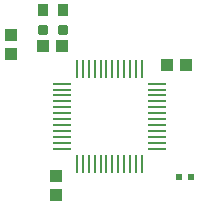
<source format=gtp>
G04*
G04 #@! TF.GenerationSoftware,Altium Limited,Altium Designer,20.0.11 (256)*
G04*
G04 Layer_Color=8421504*
%FSLAX25Y25*%
%MOIN*%
G70*
G01*
G75*
%ADD16R,0.02362X0.01968*%
%ADD17R,0.03543X0.03937*%
%ADD18R,0.03937X0.03937*%
%ADD19R,0.03937X0.03937*%
%ADD20O,0.00984X0.06102*%
%ADD21O,0.06102X0.00984*%
G04:AMPARAMS|DCode=22|XSize=31.5mil|YSize=31.5mil|CornerRadius=3.94mil|HoleSize=0mil|Usage=FLASHONLY|Rotation=180.000|XOffset=0mil|YOffset=0mil|HoleType=Round|Shape=RoundedRectangle|*
%AMROUNDEDRECTD22*
21,1,0.03150,0.02362,0,0,180.0*
21,1,0.02362,0.03150,0,0,180.0*
1,1,0.00787,-0.01181,0.01181*
1,1,0.00787,0.01181,0.01181*
1,1,0.00787,0.01181,-0.01181*
1,1,0.00787,-0.01181,-0.01181*
%
%ADD22ROUNDEDRECTD22*%
D16*
X63532Y28500D02*
D03*
X67469D02*
D03*
D17*
X24847Y84000D02*
D03*
X18154D02*
D03*
D18*
X7500Y75650D02*
D03*
Y69350D02*
D03*
X22500Y28650D02*
D03*
Y22350D02*
D03*
D19*
X24567Y72185D02*
D03*
X18268D02*
D03*
X66067Y65685D02*
D03*
X59768D02*
D03*
D20*
X29591Y32839D02*
D03*
X31559D02*
D03*
X33528D02*
D03*
X35496D02*
D03*
X37465D02*
D03*
X39433D02*
D03*
X41402D02*
D03*
X43370D02*
D03*
X45339D02*
D03*
X47307D02*
D03*
X49276D02*
D03*
X51244D02*
D03*
Y64531D02*
D03*
X49276D02*
D03*
X47307D02*
D03*
X45339D02*
D03*
X43370D02*
D03*
X41402D02*
D03*
X39433D02*
D03*
X37465D02*
D03*
X35496D02*
D03*
X33528D02*
D03*
X31559D02*
D03*
X29591D02*
D03*
D21*
X56264Y37858D02*
D03*
Y39827D02*
D03*
Y41795D02*
D03*
Y43764D02*
D03*
Y45732D02*
D03*
Y47701D02*
D03*
Y49669D02*
D03*
Y51638D02*
D03*
Y53606D02*
D03*
Y55575D02*
D03*
Y57543D02*
D03*
Y59512D02*
D03*
X24571D02*
D03*
Y57543D02*
D03*
Y55575D02*
D03*
Y53606D02*
D03*
Y51638D02*
D03*
Y49669D02*
D03*
Y47701D02*
D03*
Y45732D02*
D03*
Y43764D02*
D03*
Y41795D02*
D03*
Y39827D02*
D03*
Y37858D02*
D03*
D22*
X18154Y77500D02*
D03*
X24847D02*
D03*
M02*

</source>
